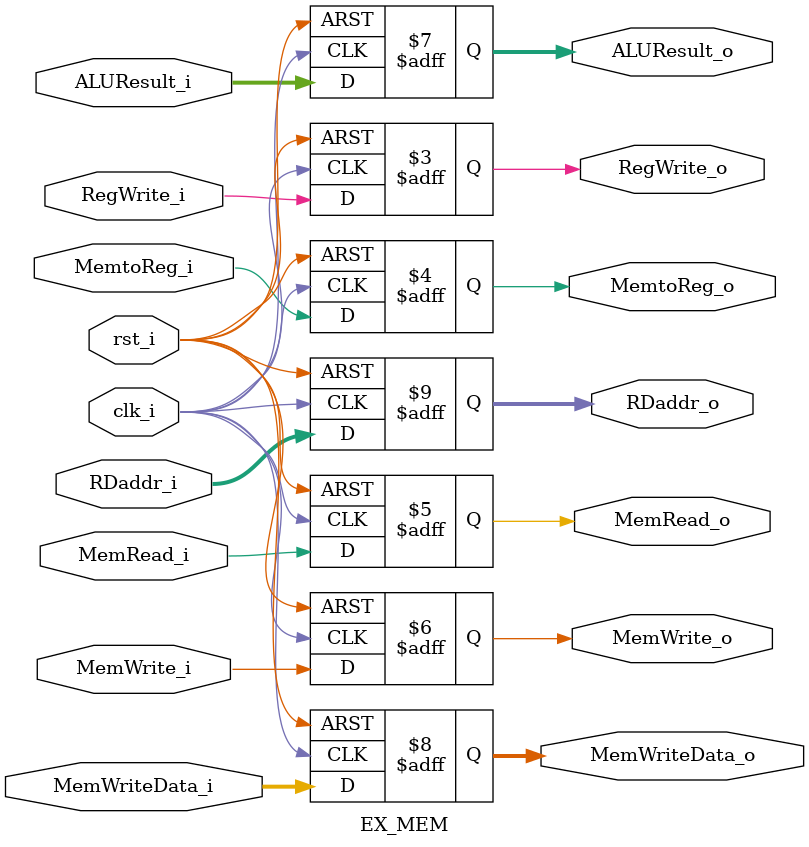
<source format=v>

module EX_MEM(
    clk_i, 
    rst_i,
    RegWrite_i, 
    MemtoReg_i, 
    MemRead_i, 
    MemWrite_i, 
    ALUResult_i, 
    MemWriteData_i, 
    RDaddr_i, 
    RegWrite_o, 
    MemtoReg_o, 
    MemRead_o, 
    MemWrite_o, 
    ALUResult_o, 
    MemWriteData_o, 
    RDaddr_o
);

input clk_i;
input rst_i;
input RegWrite_i;
input MemtoReg_i;
input MemRead_i;
input MemWrite_i;
input [31:0] ALUResult_i;
input [31:0] MemWriteData_i;
input [4:0] RDaddr_i;
output RegWrite_o;
output MemtoReg_o;
output MemRead_o;
output MemWrite_o;
output [31:0] ALUResult_o;
output [31:0] MemWriteData_o;
output [4:0] RDaddr_o; 

reg RegWrite_o;
reg MemtoReg_o;
reg MemRead_o;
reg MemWrite_o;
reg [31:0] ALUResult_o;
reg [31:0] MemWriteData_o;
reg [4:0] RDaddr_o;

always@(posedge clk_i or negedge rst_i) begin
    if(~rst_i) begin
        RegWrite_o <= 0;
        MemtoReg_o <= 0;
        MemRead_o <= 0;
        MemWrite_o <= 0;
        ALUResult_o <= 32'b0;
        MemWriteData_o <= 32'b0; // RS2Data
        RDaddr_o <= 5'b0;
    end else begin
        RegWrite_o <= RegWrite_i;
        MemtoReg_o <= MemtoReg_i;
        MemRead_o <= MemRead_i;
        MemWrite_o <= MemWrite_i;
        ALUResult_o <= ALUResult_i;
        MemWriteData_o <= MemWriteData_i; // RS2Data
        RDaddr_o <= RDaddr_i;
    end
end

endmodule
</source>
